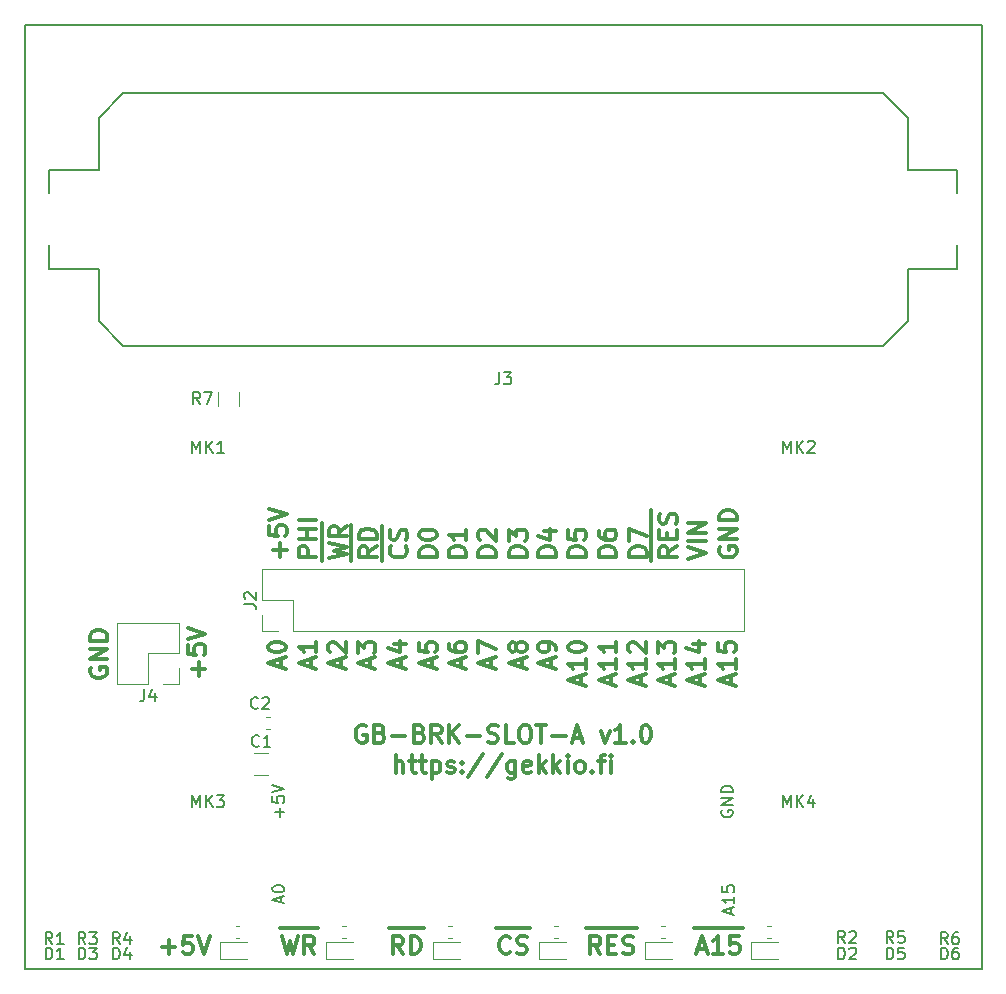
<source format=gbr>
G04 #@! TF.GenerationSoftware,KiCad,Pcbnew,5.0.1-33cea8e~68~ubuntu18.10.1*
G04 #@! TF.CreationDate,2018-11-26T23:41:48+02:00*
G04 #@! TF.ProjectId,GB-BRK-SLOT-A,47422D42524B2D534C4F542D412E6B69,v1.0*
G04 #@! TF.SameCoordinates,Original*
G04 #@! TF.FileFunction,Legend,Top*
G04 #@! TF.FilePolarity,Positive*
%FSLAX46Y46*%
G04 Gerber Fmt 4.6, Leading zero omitted, Abs format (unit mm)*
G04 Created by KiCad (PCBNEW 5.0.1-33cea8e~68~ubuntu18.10.1) date ma 26. marraskuuta 2018 23.41.48*
%MOMM*%
%LPD*%
G01*
G04 APERTURE LIST*
%ADD10C,0.300000*%
%ADD11C,0.150000*%
%ADD12C,0.120000*%
G04 APERTURE END LIST*
D10*
X52560000Y-124442857D02*
X52488571Y-124585714D01*
X52488571Y-124800000D01*
X52560000Y-125014285D01*
X52702857Y-125157142D01*
X52845714Y-125228571D01*
X53131428Y-125300000D01*
X53345714Y-125300000D01*
X53631428Y-125228571D01*
X53774285Y-125157142D01*
X53917142Y-125014285D01*
X53988571Y-124800000D01*
X53988571Y-124657142D01*
X53917142Y-124442857D01*
X53845714Y-124371428D01*
X53345714Y-124371428D01*
X53345714Y-124657142D01*
X53988571Y-123728571D02*
X52488571Y-123728571D01*
X53988571Y-122871428D01*
X52488571Y-122871428D01*
X53988571Y-122157142D02*
X52488571Y-122157142D01*
X52488571Y-121800000D01*
X52560000Y-121585714D01*
X52702857Y-121442857D01*
X52845714Y-121371428D01*
X53131428Y-121300000D01*
X53345714Y-121300000D01*
X53631428Y-121371428D01*
X53774285Y-121442857D01*
X53917142Y-121585714D01*
X53988571Y-121800000D01*
X53988571Y-122157142D01*
X61717142Y-125128571D02*
X61717142Y-123985714D01*
X62288571Y-124557142D02*
X61145714Y-124557142D01*
X60788571Y-122557142D02*
X60788571Y-123271428D01*
X61502857Y-123342857D01*
X61431428Y-123271428D01*
X61360000Y-123128571D01*
X61360000Y-122771428D01*
X61431428Y-122628571D01*
X61502857Y-122557142D01*
X61645714Y-122485714D01*
X62002857Y-122485714D01*
X62145714Y-122557142D01*
X62217142Y-122628571D01*
X62288571Y-122771428D01*
X62288571Y-123128571D01*
X62217142Y-123271428D01*
X62145714Y-123342857D01*
X60788571Y-122057142D02*
X62288571Y-121557142D01*
X60788571Y-121057142D01*
X68607142Y-115047857D02*
X68607142Y-113905000D01*
X69178571Y-114476428D02*
X68035714Y-114476428D01*
X67678571Y-112476428D02*
X67678571Y-113190714D01*
X68392857Y-113262142D01*
X68321428Y-113190714D01*
X68250000Y-113047857D01*
X68250000Y-112690714D01*
X68321428Y-112547857D01*
X68392857Y-112476428D01*
X68535714Y-112405000D01*
X68892857Y-112405000D01*
X69035714Y-112476428D01*
X69107142Y-112547857D01*
X69178571Y-112690714D01*
X69178571Y-113047857D01*
X69107142Y-113190714D01*
X69035714Y-113262142D01*
X67678571Y-111976428D02*
X69178571Y-111476428D01*
X67678571Y-110976428D01*
X71678571Y-115047857D02*
X70178571Y-115047857D01*
X70178571Y-114476428D01*
X70250000Y-114333571D01*
X70321428Y-114262142D01*
X70464285Y-114190714D01*
X70678571Y-114190714D01*
X70821428Y-114262142D01*
X70892857Y-114333571D01*
X70964285Y-114476428D01*
X70964285Y-115047857D01*
X71678571Y-113547857D02*
X70178571Y-113547857D01*
X70892857Y-113547857D02*
X70892857Y-112690714D01*
X71678571Y-112690714D02*
X70178571Y-112690714D01*
X71678571Y-111976428D02*
X70178571Y-111976428D01*
X72130000Y-115405000D02*
X72130000Y-113690714D01*
X72778571Y-115190714D02*
X74278571Y-114833571D01*
X73207142Y-114547857D01*
X74278571Y-114262142D01*
X72778571Y-113905000D01*
X72130000Y-113690714D02*
X72130000Y-112190714D01*
X74278571Y-112476428D02*
X73564285Y-112976428D01*
X74278571Y-113333571D02*
X72778571Y-113333571D01*
X72778571Y-112762142D01*
X72850000Y-112619285D01*
X72921428Y-112547857D01*
X73064285Y-112476428D01*
X73278571Y-112476428D01*
X73421428Y-112547857D01*
X73492857Y-112619285D01*
X73564285Y-112762142D01*
X73564285Y-113333571D01*
X74630000Y-115405000D02*
X74630000Y-113905000D01*
X76778571Y-114190714D02*
X76064285Y-114690714D01*
X76778571Y-115047857D02*
X75278571Y-115047857D01*
X75278571Y-114476428D01*
X75350000Y-114333571D01*
X75421428Y-114262142D01*
X75564285Y-114190714D01*
X75778571Y-114190714D01*
X75921428Y-114262142D01*
X75992857Y-114333571D01*
X76064285Y-114476428D01*
X76064285Y-115047857D01*
X74630000Y-113905000D02*
X74630000Y-112405000D01*
X76778571Y-113547857D02*
X75278571Y-113547857D01*
X75278571Y-113190714D01*
X75350000Y-112976428D01*
X75492857Y-112833571D01*
X75635714Y-112762142D01*
X75921428Y-112690714D01*
X76135714Y-112690714D01*
X76421428Y-112762142D01*
X76564285Y-112833571D01*
X76707142Y-112976428D01*
X76778571Y-113190714D01*
X76778571Y-113547857D01*
X77230000Y-115405000D02*
X77230000Y-113905000D01*
X79235714Y-114190714D02*
X79307142Y-114262142D01*
X79378571Y-114476428D01*
X79378571Y-114619285D01*
X79307142Y-114833571D01*
X79164285Y-114976428D01*
X79021428Y-115047857D01*
X78735714Y-115119285D01*
X78521428Y-115119285D01*
X78235714Y-115047857D01*
X78092857Y-114976428D01*
X77950000Y-114833571D01*
X77878571Y-114619285D01*
X77878571Y-114476428D01*
X77950000Y-114262142D01*
X78021428Y-114190714D01*
X77230000Y-113905000D02*
X77230000Y-112476428D01*
X79307142Y-113619285D02*
X79378571Y-113405000D01*
X79378571Y-113047857D01*
X79307142Y-112905000D01*
X79235714Y-112833571D01*
X79092857Y-112762142D01*
X78950000Y-112762142D01*
X78807142Y-112833571D01*
X78735714Y-112905000D01*
X78664285Y-113047857D01*
X78592857Y-113333571D01*
X78521428Y-113476428D01*
X78450000Y-113547857D01*
X78307142Y-113619285D01*
X78164285Y-113619285D01*
X78021428Y-113547857D01*
X77950000Y-113476428D01*
X77878571Y-113333571D01*
X77878571Y-112976428D01*
X77950000Y-112762142D01*
X81878571Y-115047857D02*
X80378571Y-115047857D01*
X80378571Y-114690714D01*
X80450000Y-114476428D01*
X80592857Y-114333571D01*
X80735714Y-114262142D01*
X81021428Y-114190714D01*
X81235714Y-114190714D01*
X81521428Y-114262142D01*
X81664285Y-114333571D01*
X81807142Y-114476428D01*
X81878571Y-114690714D01*
X81878571Y-115047857D01*
X80378571Y-113262142D02*
X80378571Y-113119285D01*
X80450000Y-112976428D01*
X80521428Y-112905000D01*
X80664285Y-112833571D01*
X80950000Y-112762142D01*
X81307142Y-112762142D01*
X81592857Y-112833571D01*
X81735714Y-112905000D01*
X81807142Y-112976428D01*
X81878571Y-113119285D01*
X81878571Y-113262142D01*
X81807142Y-113405000D01*
X81735714Y-113476428D01*
X81592857Y-113547857D01*
X81307142Y-113619285D01*
X80950000Y-113619285D01*
X80664285Y-113547857D01*
X80521428Y-113476428D01*
X80450000Y-113405000D01*
X80378571Y-113262142D01*
X84378571Y-115047857D02*
X82878571Y-115047857D01*
X82878571Y-114690714D01*
X82950000Y-114476428D01*
X83092857Y-114333571D01*
X83235714Y-114262142D01*
X83521428Y-114190714D01*
X83735714Y-114190714D01*
X84021428Y-114262142D01*
X84164285Y-114333571D01*
X84307142Y-114476428D01*
X84378571Y-114690714D01*
X84378571Y-115047857D01*
X84378571Y-112762142D02*
X84378571Y-113619285D01*
X84378571Y-113190714D02*
X82878571Y-113190714D01*
X83092857Y-113333571D01*
X83235714Y-113476428D01*
X83307142Y-113619285D01*
X86878571Y-115047857D02*
X85378571Y-115047857D01*
X85378571Y-114690714D01*
X85450000Y-114476428D01*
X85592857Y-114333571D01*
X85735714Y-114262142D01*
X86021428Y-114190714D01*
X86235714Y-114190714D01*
X86521428Y-114262142D01*
X86664285Y-114333571D01*
X86807142Y-114476428D01*
X86878571Y-114690714D01*
X86878571Y-115047857D01*
X85521428Y-113619285D02*
X85450000Y-113547857D01*
X85378571Y-113405000D01*
X85378571Y-113047857D01*
X85450000Y-112905000D01*
X85521428Y-112833571D01*
X85664285Y-112762142D01*
X85807142Y-112762142D01*
X86021428Y-112833571D01*
X86878571Y-113690714D01*
X86878571Y-112762142D01*
X89478571Y-115047857D02*
X87978571Y-115047857D01*
X87978571Y-114690714D01*
X88050000Y-114476428D01*
X88192857Y-114333571D01*
X88335714Y-114262142D01*
X88621428Y-114190714D01*
X88835714Y-114190714D01*
X89121428Y-114262142D01*
X89264285Y-114333571D01*
X89407142Y-114476428D01*
X89478571Y-114690714D01*
X89478571Y-115047857D01*
X87978571Y-113690714D02*
X87978571Y-112762142D01*
X88550000Y-113262142D01*
X88550000Y-113047857D01*
X88621428Y-112905000D01*
X88692857Y-112833571D01*
X88835714Y-112762142D01*
X89192857Y-112762142D01*
X89335714Y-112833571D01*
X89407142Y-112905000D01*
X89478571Y-113047857D01*
X89478571Y-113476428D01*
X89407142Y-113619285D01*
X89335714Y-113690714D01*
X91978571Y-115047857D02*
X90478571Y-115047857D01*
X90478571Y-114690714D01*
X90550000Y-114476428D01*
X90692857Y-114333571D01*
X90835714Y-114262142D01*
X91121428Y-114190714D01*
X91335714Y-114190714D01*
X91621428Y-114262142D01*
X91764285Y-114333571D01*
X91907142Y-114476428D01*
X91978571Y-114690714D01*
X91978571Y-115047857D01*
X90978571Y-112905000D02*
X91978571Y-112905000D01*
X90407142Y-113262142D02*
X91478571Y-113619285D01*
X91478571Y-112690714D01*
X94478571Y-115047857D02*
X92978571Y-115047857D01*
X92978571Y-114690714D01*
X93050000Y-114476428D01*
X93192857Y-114333571D01*
X93335714Y-114262142D01*
X93621428Y-114190714D01*
X93835714Y-114190714D01*
X94121428Y-114262142D01*
X94264285Y-114333571D01*
X94407142Y-114476428D01*
X94478571Y-114690714D01*
X94478571Y-115047857D01*
X92978571Y-112833571D02*
X92978571Y-113547857D01*
X93692857Y-113619285D01*
X93621428Y-113547857D01*
X93550000Y-113405000D01*
X93550000Y-113047857D01*
X93621428Y-112905000D01*
X93692857Y-112833571D01*
X93835714Y-112762142D01*
X94192857Y-112762142D01*
X94335714Y-112833571D01*
X94407142Y-112905000D01*
X94478571Y-113047857D01*
X94478571Y-113405000D01*
X94407142Y-113547857D01*
X94335714Y-113619285D01*
X97078571Y-115047857D02*
X95578571Y-115047857D01*
X95578571Y-114690714D01*
X95650000Y-114476428D01*
X95792857Y-114333571D01*
X95935714Y-114262142D01*
X96221428Y-114190714D01*
X96435714Y-114190714D01*
X96721428Y-114262142D01*
X96864285Y-114333571D01*
X97007142Y-114476428D01*
X97078571Y-114690714D01*
X97078571Y-115047857D01*
X95578571Y-112905000D02*
X95578571Y-113190714D01*
X95650000Y-113333571D01*
X95721428Y-113405000D01*
X95935714Y-113547857D01*
X96221428Y-113619285D01*
X96792857Y-113619285D01*
X96935714Y-113547857D01*
X97007142Y-113476428D01*
X97078571Y-113333571D01*
X97078571Y-113047857D01*
X97007142Y-112905000D01*
X96935714Y-112833571D01*
X96792857Y-112762142D01*
X96435714Y-112762142D01*
X96292857Y-112833571D01*
X96221428Y-112905000D01*
X96150000Y-113047857D01*
X96150000Y-113333571D01*
X96221428Y-113476428D01*
X96292857Y-113547857D01*
X96435714Y-113619285D01*
X99678571Y-115047857D02*
X98178571Y-115047857D01*
X98178571Y-114690714D01*
X98250000Y-114476428D01*
X98392857Y-114333571D01*
X98535714Y-114262142D01*
X98821428Y-114190714D01*
X99035714Y-114190714D01*
X99321428Y-114262142D01*
X99464285Y-114333571D01*
X99607142Y-114476428D01*
X99678571Y-114690714D01*
X99678571Y-115047857D01*
X98178571Y-113690714D02*
X98178571Y-112690714D01*
X99678571Y-113333571D01*
X100030000Y-115405000D02*
X100030000Y-113905000D01*
X102178571Y-114190714D02*
X101464285Y-114690714D01*
X102178571Y-115047857D02*
X100678571Y-115047857D01*
X100678571Y-114476428D01*
X100750000Y-114333571D01*
X100821428Y-114262142D01*
X100964285Y-114190714D01*
X101178571Y-114190714D01*
X101321428Y-114262142D01*
X101392857Y-114333571D01*
X101464285Y-114476428D01*
X101464285Y-115047857D01*
X100030000Y-113905000D02*
X100030000Y-112547857D01*
X101392857Y-113547857D02*
X101392857Y-113047857D01*
X102178571Y-112833571D02*
X102178571Y-113547857D01*
X100678571Y-113547857D01*
X100678571Y-112833571D01*
X100030000Y-112547857D02*
X100030000Y-111119285D01*
X102107142Y-112262142D02*
X102178571Y-112047857D01*
X102178571Y-111690714D01*
X102107142Y-111547857D01*
X102035714Y-111476428D01*
X101892857Y-111405000D01*
X101750000Y-111405000D01*
X101607142Y-111476428D01*
X101535714Y-111547857D01*
X101464285Y-111690714D01*
X101392857Y-111976428D01*
X101321428Y-112119285D01*
X101250000Y-112190714D01*
X101107142Y-112262142D01*
X100964285Y-112262142D01*
X100821428Y-112190714D01*
X100750000Y-112119285D01*
X100678571Y-111976428D01*
X100678571Y-111619285D01*
X100750000Y-111405000D01*
X103178571Y-115262142D02*
X104678571Y-114762142D01*
X103178571Y-114262142D01*
X104678571Y-113762142D02*
X103178571Y-113762142D01*
X104678571Y-113047857D02*
X103178571Y-113047857D01*
X104678571Y-112190714D01*
X103178571Y-112190714D01*
X105850000Y-114262142D02*
X105778571Y-114405000D01*
X105778571Y-114619285D01*
X105850000Y-114833571D01*
X105992857Y-114976428D01*
X106135714Y-115047857D01*
X106421428Y-115119285D01*
X106635714Y-115119285D01*
X106921428Y-115047857D01*
X107064285Y-114976428D01*
X107207142Y-114833571D01*
X107278571Y-114619285D01*
X107278571Y-114476428D01*
X107207142Y-114262142D01*
X107135714Y-114190714D01*
X106635714Y-114190714D01*
X106635714Y-114476428D01*
X107278571Y-113547857D02*
X105778571Y-113547857D01*
X107278571Y-112690714D01*
X105778571Y-112690714D01*
X107278571Y-111976428D02*
X105778571Y-111976428D01*
X105778571Y-111619285D01*
X105850000Y-111405000D01*
X105992857Y-111262142D01*
X106135714Y-111190714D01*
X106421428Y-111119285D01*
X106635714Y-111119285D01*
X106921428Y-111190714D01*
X107064285Y-111262142D01*
X107207142Y-111405000D01*
X107278571Y-111619285D01*
X107278571Y-111976428D01*
X73750000Y-124423571D02*
X73750000Y-123709285D01*
X74178571Y-124566428D02*
X72678571Y-124066428D01*
X74178571Y-123566428D01*
X72821428Y-123137857D02*
X72750000Y-123066428D01*
X72678571Y-122923571D01*
X72678571Y-122566428D01*
X72750000Y-122423571D01*
X72821428Y-122352142D01*
X72964285Y-122280714D01*
X73107142Y-122280714D01*
X73321428Y-122352142D01*
X74178571Y-123209285D01*
X74178571Y-122280714D01*
X76250000Y-124423571D02*
X76250000Y-123709285D01*
X76678571Y-124566428D02*
X75178571Y-124066428D01*
X76678571Y-123566428D01*
X75178571Y-123209285D02*
X75178571Y-122280714D01*
X75750000Y-122780714D01*
X75750000Y-122566428D01*
X75821428Y-122423571D01*
X75892857Y-122352142D01*
X76035714Y-122280714D01*
X76392857Y-122280714D01*
X76535714Y-122352142D01*
X76607142Y-122423571D01*
X76678571Y-122566428D01*
X76678571Y-122995000D01*
X76607142Y-123137857D01*
X76535714Y-123209285D01*
X78850000Y-124423571D02*
X78850000Y-123709285D01*
X79278571Y-124566428D02*
X77778571Y-124066428D01*
X79278571Y-123566428D01*
X78278571Y-122423571D02*
X79278571Y-122423571D01*
X77707142Y-122780714D02*
X78778571Y-123137857D01*
X78778571Y-122209285D01*
X81450000Y-124423571D02*
X81450000Y-123709285D01*
X81878571Y-124566428D02*
X80378571Y-124066428D01*
X81878571Y-123566428D01*
X80378571Y-122352142D02*
X80378571Y-123066428D01*
X81092857Y-123137857D01*
X81021428Y-123066428D01*
X80950000Y-122923571D01*
X80950000Y-122566428D01*
X81021428Y-122423571D01*
X81092857Y-122352142D01*
X81235714Y-122280714D01*
X81592857Y-122280714D01*
X81735714Y-122352142D01*
X81807142Y-122423571D01*
X81878571Y-122566428D01*
X81878571Y-122923571D01*
X81807142Y-123066428D01*
X81735714Y-123137857D01*
X83950000Y-124423571D02*
X83950000Y-123709285D01*
X84378571Y-124566428D02*
X82878571Y-124066428D01*
X84378571Y-123566428D01*
X82878571Y-122423571D02*
X82878571Y-122709285D01*
X82950000Y-122852142D01*
X83021428Y-122923571D01*
X83235714Y-123066428D01*
X83521428Y-123137857D01*
X84092857Y-123137857D01*
X84235714Y-123066428D01*
X84307142Y-122995000D01*
X84378571Y-122852142D01*
X84378571Y-122566428D01*
X84307142Y-122423571D01*
X84235714Y-122352142D01*
X84092857Y-122280714D01*
X83735714Y-122280714D01*
X83592857Y-122352142D01*
X83521428Y-122423571D01*
X83450000Y-122566428D01*
X83450000Y-122852142D01*
X83521428Y-122995000D01*
X83592857Y-123066428D01*
X83735714Y-123137857D01*
X86450000Y-124423571D02*
X86450000Y-123709285D01*
X86878571Y-124566428D02*
X85378571Y-124066428D01*
X86878571Y-123566428D01*
X85378571Y-123209285D02*
X85378571Y-122209285D01*
X86878571Y-122852142D01*
X89050000Y-124423571D02*
X89050000Y-123709285D01*
X89478571Y-124566428D02*
X87978571Y-124066428D01*
X89478571Y-123566428D01*
X88621428Y-122852142D02*
X88550000Y-122995000D01*
X88478571Y-123066428D01*
X88335714Y-123137857D01*
X88264285Y-123137857D01*
X88121428Y-123066428D01*
X88050000Y-122995000D01*
X87978571Y-122852142D01*
X87978571Y-122566428D01*
X88050000Y-122423571D01*
X88121428Y-122352142D01*
X88264285Y-122280714D01*
X88335714Y-122280714D01*
X88478571Y-122352142D01*
X88550000Y-122423571D01*
X88621428Y-122566428D01*
X88621428Y-122852142D01*
X88692857Y-122995000D01*
X88764285Y-123066428D01*
X88907142Y-123137857D01*
X89192857Y-123137857D01*
X89335714Y-123066428D01*
X89407142Y-122995000D01*
X89478571Y-122852142D01*
X89478571Y-122566428D01*
X89407142Y-122423571D01*
X89335714Y-122352142D01*
X89192857Y-122280714D01*
X88907142Y-122280714D01*
X88764285Y-122352142D01*
X88692857Y-122423571D01*
X88621428Y-122566428D01*
X91550000Y-124423571D02*
X91550000Y-123709285D01*
X91978571Y-124566428D02*
X90478571Y-124066428D01*
X91978571Y-123566428D01*
X91978571Y-122995000D02*
X91978571Y-122709285D01*
X91907142Y-122566428D01*
X91835714Y-122495000D01*
X91621428Y-122352142D01*
X91335714Y-122280714D01*
X90764285Y-122280714D01*
X90621428Y-122352142D01*
X90550000Y-122423571D01*
X90478571Y-122566428D01*
X90478571Y-122852142D01*
X90550000Y-122995000D01*
X90621428Y-123066428D01*
X90764285Y-123137857D01*
X91121428Y-123137857D01*
X91264285Y-123066428D01*
X91335714Y-122995000D01*
X91407142Y-122852142D01*
X91407142Y-122566428D01*
X91335714Y-122423571D01*
X91264285Y-122352142D01*
X91121428Y-122280714D01*
X94050000Y-125852142D02*
X94050000Y-125137857D01*
X94478571Y-125995000D02*
X92978571Y-125495000D01*
X94478571Y-124995000D01*
X94478571Y-123709285D02*
X94478571Y-124566428D01*
X94478571Y-124137857D02*
X92978571Y-124137857D01*
X93192857Y-124280714D01*
X93335714Y-124423571D01*
X93407142Y-124566428D01*
X92978571Y-122780714D02*
X92978571Y-122637857D01*
X93050000Y-122495000D01*
X93121428Y-122423571D01*
X93264285Y-122352142D01*
X93550000Y-122280714D01*
X93907142Y-122280714D01*
X94192857Y-122352142D01*
X94335714Y-122423571D01*
X94407142Y-122495000D01*
X94478571Y-122637857D01*
X94478571Y-122780714D01*
X94407142Y-122923571D01*
X94335714Y-122995000D01*
X94192857Y-123066428D01*
X93907142Y-123137857D01*
X93550000Y-123137857D01*
X93264285Y-123066428D01*
X93121428Y-122995000D01*
X93050000Y-122923571D01*
X92978571Y-122780714D01*
X96650000Y-125852142D02*
X96650000Y-125137857D01*
X97078571Y-125995000D02*
X95578571Y-125495000D01*
X97078571Y-124995000D01*
X97078571Y-123709285D02*
X97078571Y-124566428D01*
X97078571Y-124137857D02*
X95578571Y-124137857D01*
X95792857Y-124280714D01*
X95935714Y-124423571D01*
X96007142Y-124566428D01*
X97078571Y-122280714D02*
X97078571Y-123137857D01*
X97078571Y-122709285D02*
X95578571Y-122709285D01*
X95792857Y-122852142D01*
X95935714Y-122995000D01*
X96007142Y-123137857D01*
X99150000Y-125852142D02*
X99150000Y-125137857D01*
X99578571Y-125995000D02*
X98078571Y-125495000D01*
X99578571Y-124995000D01*
X99578571Y-123709285D02*
X99578571Y-124566428D01*
X99578571Y-124137857D02*
X98078571Y-124137857D01*
X98292857Y-124280714D01*
X98435714Y-124423571D01*
X98507142Y-124566428D01*
X98221428Y-123137857D02*
X98150000Y-123066428D01*
X98078571Y-122923571D01*
X98078571Y-122566428D01*
X98150000Y-122423571D01*
X98221428Y-122352142D01*
X98364285Y-122280714D01*
X98507142Y-122280714D01*
X98721428Y-122352142D01*
X99578571Y-123209285D01*
X99578571Y-122280714D01*
X101650000Y-125852142D02*
X101650000Y-125137857D01*
X102078571Y-125995000D02*
X100578571Y-125495000D01*
X102078571Y-124995000D01*
X102078571Y-123709285D02*
X102078571Y-124566428D01*
X102078571Y-124137857D02*
X100578571Y-124137857D01*
X100792857Y-124280714D01*
X100935714Y-124423571D01*
X101007142Y-124566428D01*
X100578571Y-123209285D02*
X100578571Y-122280714D01*
X101150000Y-122780714D01*
X101150000Y-122566428D01*
X101221428Y-122423571D01*
X101292857Y-122352142D01*
X101435714Y-122280714D01*
X101792857Y-122280714D01*
X101935714Y-122352142D01*
X102007142Y-122423571D01*
X102078571Y-122566428D01*
X102078571Y-122995000D01*
X102007142Y-123137857D01*
X101935714Y-123209285D01*
X104150000Y-125852142D02*
X104150000Y-125137857D01*
X104578571Y-125995000D02*
X103078571Y-125495000D01*
X104578571Y-124995000D01*
X104578571Y-123709285D02*
X104578571Y-124566428D01*
X104578571Y-124137857D02*
X103078571Y-124137857D01*
X103292857Y-124280714D01*
X103435714Y-124423571D01*
X103507142Y-124566428D01*
X103578571Y-122423571D02*
X104578571Y-122423571D01*
X103007142Y-122780714D02*
X104078571Y-123137857D01*
X104078571Y-122209285D01*
X106750000Y-125852142D02*
X106750000Y-125137857D01*
X107178571Y-125995000D02*
X105678571Y-125495000D01*
X107178571Y-124995000D01*
X107178571Y-123709285D02*
X107178571Y-124566428D01*
X107178571Y-124137857D02*
X105678571Y-124137857D01*
X105892857Y-124280714D01*
X106035714Y-124423571D01*
X106107142Y-124566428D01*
X105678571Y-122352142D02*
X105678571Y-123066428D01*
X106392857Y-123137857D01*
X106321428Y-123066428D01*
X106250000Y-122923571D01*
X106250000Y-122566428D01*
X106321428Y-122423571D01*
X106392857Y-122352142D01*
X106535714Y-122280714D01*
X106892857Y-122280714D01*
X107035714Y-122352142D01*
X107107142Y-122423571D01*
X107178571Y-122566428D01*
X107178571Y-122923571D01*
X107107142Y-123066428D01*
X107035714Y-123137857D01*
X71250000Y-124423571D02*
X71250000Y-123709285D01*
X71678571Y-124566428D02*
X70178571Y-124066428D01*
X71678571Y-123566428D01*
X71678571Y-122280714D02*
X71678571Y-123137857D01*
X71678571Y-122709285D02*
X70178571Y-122709285D01*
X70392857Y-122852142D01*
X70535714Y-122995000D01*
X70607142Y-123137857D01*
X68650000Y-124423571D02*
X68650000Y-123709285D01*
X69078571Y-124566428D02*
X67578571Y-124066428D01*
X69078571Y-123566428D01*
X67578571Y-122780714D02*
X67578571Y-122637857D01*
X67650000Y-122495000D01*
X67721428Y-122423571D01*
X67864285Y-122352142D01*
X68150000Y-122280714D01*
X68507142Y-122280714D01*
X68792857Y-122352142D01*
X68935714Y-122423571D01*
X69007142Y-122495000D01*
X69078571Y-122637857D01*
X69078571Y-122780714D01*
X69007142Y-122923571D01*
X68935714Y-122995000D01*
X68792857Y-123066428D01*
X68507142Y-123137857D01*
X68150000Y-123137857D01*
X67864285Y-123066428D01*
X67721428Y-122995000D01*
X67650000Y-122923571D01*
X67578571Y-122780714D01*
X75857142Y-129375000D02*
X75714285Y-129303571D01*
X75500000Y-129303571D01*
X75285714Y-129375000D01*
X75142857Y-129517857D01*
X75071428Y-129660714D01*
X75000000Y-129946428D01*
X75000000Y-130160714D01*
X75071428Y-130446428D01*
X75142857Y-130589285D01*
X75285714Y-130732142D01*
X75500000Y-130803571D01*
X75642857Y-130803571D01*
X75857142Y-130732142D01*
X75928571Y-130660714D01*
X75928571Y-130160714D01*
X75642857Y-130160714D01*
X77071428Y-130017857D02*
X77285714Y-130089285D01*
X77357142Y-130160714D01*
X77428571Y-130303571D01*
X77428571Y-130517857D01*
X77357142Y-130660714D01*
X77285714Y-130732142D01*
X77142857Y-130803571D01*
X76571428Y-130803571D01*
X76571428Y-129303571D01*
X77071428Y-129303571D01*
X77214285Y-129375000D01*
X77285714Y-129446428D01*
X77357142Y-129589285D01*
X77357142Y-129732142D01*
X77285714Y-129875000D01*
X77214285Y-129946428D01*
X77071428Y-130017857D01*
X76571428Y-130017857D01*
X78071428Y-130232142D02*
X79214285Y-130232142D01*
X80428571Y-130017857D02*
X80642857Y-130089285D01*
X80714285Y-130160714D01*
X80785714Y-130303571D01*
X80785714Y-130517857D01*
X80714285Y-130660714D01*
X80642857Y-130732142D01*
X80500000Y-130803571D01*
X79928571Y-130803571D01*
X79928571Y-129303571D01*
X80428571Y-129303571D01*
X80571428Y-129375000D01*
X80642857Y-129446428D01*
X80714285Y-129589285D01*
X80714285Y-129732142D01*
X80642857Y-129875000D01*
X80571428Y-129946428D01*
X80428571Y-130017857D01*
X79928571Y-130017857D01*
X82285714Y-130803571D02*
X81785714Y-130089285D01*
X81428571Y-130803571D02*
X81428571Y-129303571D01*
X82000000Y-129303571D01*
X82142857Y-129375000D01*
X82214285Y-129446428D01*
X82285714Y-129589285D01*
X82285714Y-129803571D01*
X82214285Y-129946428D01*
X82142857Y-130017857D01*
X82000000Y-130089285D01*
X81428571Y-130089285D01*
X82928571Y-130803571D02*
X82928571Y-129303571D01*
X83785714Y-130803571D02*
X83142857Y-129946428D01*
X83785714Y-129303571D02*
X82928571Y-130160714D01*
X84428571Y-130232142D02*
X85571428Y-130232142D01*
X86214285Y-130732142D02*
X86428571Y-130803571D01*
X86785714Y-130803571D01*
X86928571Y-130732142D01*
X87000000Y-130660714D01*
X87071428Y-130517857D01*
X87071428Y-130375000D01*
X87000000Y-130232142D01*
X86928571Y-130160714D01*
X86785714Y-130089285D01*
X86500000Y-130017857D01*
X86357142Y-129946428D01*
X86285714Y-129875000D01*
X86214285Y-129732142D01*
X86214285Y-129589285D01*
X86285714Y-129446428D01*
X86357142Y-129375000D01*
X86500000Y-129303571D01*
X86857142Y-129303571D01*
X87071428Y-129375000D01*
X88428571Y-130803571D02*
X87714285Y-130803571D01*
X87714285Y-129303571D01*
X89214285Y-129303571D02*
X89500000Y-129303571D01*
X89642857Y-129375000D01*
X89785714Y-129517857D01*
X89857142Y-129803571D01*
X89857142Y-130303571D01*
X89785714Y-130589285D01*
X89642857Y-130732142D01*
X89500000Y-130803571D01*
X89214285Y-130803571D01*
X89071428Y-130732142D01*
X88928571Y-130589285D01*
X88857142Y-130303571D01*
X88857142Y-129803571D01*
X88928571Y-129517857D01*
X89071428Y-129375000D01*
X89214285Y-129303571D01*
X90285714Y-129303571D02*
X91142857Y-129303571D01*
X90714285Y-130803571D02*
X90714285Y-129303571D01*
X91642857Y-130232142D02*
X92785714Y-130232142D01*
X93428571Y-130375000D02*
X94142857Y-130375000D01*
X93285714Y-130803571D02*
X93785714Y-129303571D01*
X94285714Y-130803571D01*
X95785714Y-129803571D02*
X96142857Y-130803571D01*
X96500000Y-129803571D01*
X97857142Y-130803571D02*
X97000000Y-130803571D01*
X97428571Y-130803571D02*
X97428571Y-129303571D01*
X97285714Y-129517857D01*
X97142857Y-129660714D01*
X97000000Y-129732142D01*
X98500000Y-130660714D02*
X98571428Y-130732142D01*
X98500000Y-130803571D01*
X98428571Y-130732142D01*
X98500000Y-130660714D01*
X98500000Y-130803571D01*
X99500000Y-129303571D02*
X99642857Y-129303571D01*
X99785714Y-129375000D01*
X99857142Y-129446428D01*
X99928571Y-129589285D01*
X100000000Y-129875000D01*
X100000000Y-130232142D01*
X99928571Y-130517857D01*
X99857142Y-130660714D01*
X99785714Y-130732142D01*
X99642857Y-130803571D01*
X99500000Y-130803571D01*
X99357142Y-130732142D01*
X99285714Y-130660714D01*
X99214285Y-130517857D01*
X99142857Y-130232142D01*
X99142857Y-129875000D01*
X99214285Y-129589285D01*
X99285714Y-129446428D01*
X99357142Y-129375000D01*
X99500000Y-129303571D01*
X78392857Y-133353571D02*
X78392857Y-131853571D01*
X79035714Y-133353571D02*
X79035714Y-132567857D01*
X78964285Y-132425000D01*
X78821428Y-132353571D01*
X78607142Y-132353571D01*
X78464285Y-132425000D01*
X78392857Y-132496428D01*
X79535714Y-132353571D02*
X80107142Y-132353571D01*
X79750000Y-131853571D02*
X79750000Y-133139285D01*
X79821428Y-133282142D01*
X79964285Y-133353571D01*
X80107142Y-133353571D01*
X80392857Y-132353571D02*
X80964285Y-132353571D01*
X80607142Y-131853571D02*
X80607142Y-133139285D01*
X80678571Y-133282142D01*
X80821428Y-133353571D01*
X80964285Y-133353571D01*
X81464285Y-132353571D02*
X81464285Y-133853571D01*
X81464285Y-132425000D02*
X81607142Y-132353571D01*
X81892857Y-132353571D01*
X82035714Y-132425000D01*
X82107142Y-132496428D01*
X82178571Y-132639285D01*
X82178571Y-133067857D01*
X82107142Y-133210714D01*
X82035714Y-133282142D01*
X81892857Y-133353571D01*
X81607142Y-133353571D01*
X81464285Y-133282142D01*
X82750000Y-133282142D02*
X82892857Y-133353571D01*
X83178571Y-133353571D01*
X83321428Y-133282142D01*
X83392857Y-133139285D01*
X83392857Y-133067857D01*
X83321428Y-132925000D01*
X83178571Y-132853571D01*
X82964285Y-132853571D01*
X82821428Y-132782142D01*
X82750000Y-132639285D01*
X82750000Y-132567857D01*
X82821428Y-132425000D01*
X82964285Y-132353571D01*
X83178571Y-132353571D01*
X83321428Y-132425000D01*
X84035714Y-133210714D02*
X84107142Y-133282142D01*
X84035714Y-133353571D01*
X83964285Y-133282142D01*
X84035714Y-133210714D01*
X84035714Y-133353571D01*
X84035714Y-132425000D02*
X84107142Y-132496428D01*
X84035714Y-132567857D01*
X83964285Y-132496428D01*
X84035714Y-132425000D01*
X84035714Y-132567857D01*
X85821428Y-131782142D02*
X84535714Y-133710714D01*
X87392857Y-131782142D02*
X86107142Y-133710714D01*
X88535714Y-132353571D02*
X88535714Y-133567857D01*
X88464285Y-133710714D01*
X88392857Y-133782142D01*
X88250000Y-133853571D01*
X88035714Y-133853571D01*
X87892857Y-133782142D01*
X88535714Y-133282142D02*
X88392857Y-133353571D01*
X88107142Y-133353571D01*
X87964285Y-133282142D01*
X87892857Y-133210714D01*
X87821428Y-133067857D01*
X87821428Y-132639285D01*
X87892857Y-132496428D01*
X87964285Y-132425000D01*
X88107142Y-132353571D01*
X88392857Y-132353571D01*
X88535714Y-132425000D01*
X89821428Y-133282142D02*
X89678571Y-133353571D01*
X89392857Y-133353571D01*
X89250000Y-133282142D01*
X89178571Y-133139285D01*
X89178571Y-132567857D01*
X89250000Y-132425000D01*
X89392857Y-132353571D01*
X89678571Y-132353571D01*
X89821428Y-132425000D01*
X89892857Y-132567857D01*
X89892857Y-132710714D01*
X89178571Y-132853571D01*
X90535714Y-133353571D02*
X90535714Y-131853571D01*
X90678571Y-132782142D02*
X91107142Y-133353571D01*
X91107142Y-132353571D02*
X90535714Y-132925000D01*
X91750000Y-133353571D02*
X91750000Y-131853571D01*
X91892857Y-132782142D02*
X92321428Y-133353571D01*
X92321428Y-132353571D02*
X91750000Y-132925000D01*
X92964285Y-133353571D02*
X92964285Y-132353571D01*
X92964285Y-131853571D02*
X92892857Y-131925000D01*
X92964285Y-131996428D01*
X93035714Y-131925000D01*
X92964285Y-131853571D01*
X92964285Y-131996428D01*
X93892857Y-133353571D02*
X93750000Y-133282142D01*
X93678571Y-133210714D01*
X93607142Y-133067857D01*
X93607142Y-132639285D01*
X93678571Y-132496428D01*
X93750000Y-132425000D01*
X93892857Y-132353571D01*
X94107142Y-132353571D01*
X94250000Y-132425000D01*
X94321428Y-132496428D01*
X94392857Y-132639285D01*
X94392857Y-133067857D01*
X94321428Y-133210714D01*
X94250000Y-133282142D01*
X94107142Y-133353571D01*
X93892857Y-133353571D01*
X95035714Y-133210714D02*
X95107142Y-133282142D01*
X95035714Y-133353571D01*
X94964285Y-133282142D01*
X95035714Y-133210714D01*
X95035714Y-133353571D01*
X95535714Y-132353571D02*
X96107142Y-132353571D01*
X95750000Y-133353571D02*
X95750000Y-132067857D01*
X95821428Y-131925000D01*
X95964285Y-131853571D01*
X96107142Y-131853571D01*
X96607142Y-133353571D02*
X96607142Y-132353571D01*
X96607142Y-131853571D02*
X96535714Y-131925000D01*
X96607142Y-131996428D01*
X96678571Y-131925000D01*
X96607142Y-131853571D01*
X96607142Y-131996428D01*
D11*
X106000000Y-136540595D02*
X105952380Y-136635833D01*
X105952380Y-136778690D01*
X106000000Y-136921547D01*
X106095238Y-137016785D01*
X106190476Y-137064404D01*
X106380952Y-137112023D01*
X106523809Y-137112023D01*
X106714285Y-137064404D01*
X106809523Y-137016785D01*
X106904761Y-136921547D01*
X106952380Y-136778690D01*
X106952380Y-136683452D01*
X106904761Y-136540595D01*
X106857142Y-136492976D01*
X106523809Y-136492976D01*
X106523809Y-136683452D01*
X106952380Y-136064404D02*
X105952380Y-136064404D01*
X106952380Y-135492976D01*
X105952380Y-135492976D01*
X106952380Y-135016785D02*
X105952380Y-135016785D01*
X105952380Y-134778690D01*
X106000000Y-134635833D01*
X106095238Y-134540595D01*
X106190476Y-134492976D01*
X106380952Y-134445357D01*
X106523809Y-134445357D01*
X106714285Y-134492976D01*
X106809523Y-134540595D01*
X106904761Y-134635833D01*
X106952380Y-134778690D01*
X106952380Y-135016785D01*
X106766666Y-145268928D02*
X106766666Y-144792738D01*
X107052380Y-145364166D02*
X106052380Y-145030833D01*
X107052380Y-144697500D01*
X107052380Y-143840357D02*
X107052380Y-144411785D01*
X107052380Y-144126071D02*
X106052380Y-144126071D01*
X106195238Y-144221309D01*
X106290476Y-144316547D01*
X106338095Y-144411785D01*
X106052380Y-142935595D02*
X106052380Y-143411785D01*
X106528571Y-143459404D01*
X106480952Y-143411785D01*
X106433333Y-143316547D01*
X106433333Y-143078452D01*
X106480952Y-142983214D01*
X106528571Y-142935595D01*
X106623809Y-142887976D01*
X106861904Y-142887976D01*
X106957142Y-142935595D01*
X107004761Y-142983214D01*
X107052380Y-143078452D01*
X107052380Y-143316547D01*
X107004761Y-143411785D01*
X106957142Y-143459404D01*
X68666666Y-144316547D02*
X68666666Y-143840357D01*
X68952380Y-144411785D02*
X67952380Y-144078452D01*
X68952380Y-143745119D01*
X67952380Y-143221309D02*
X67952380Y-143126071D01*
X68000000Y-143030833D01*
X68047619Y-142983214D01*
X68142857Y-142935595D01*
X68333333Y-142887976D01*
X68571428Y-142887976D01*
X68761904Y-142935595D01*
X68857142Y-142983214D01*
X68904761Y-143030833D01*
X68952380Y-143126071D01*
X68952380Y-143221309D01*
X68904761Y-143316547D01*
X68857142Y-143364166D01*
X68761904Y-143411785D01*
X68571428Y-143459404D01*
X68333333Y-143459404D01*
X68142857Y-143411785D01*
X68047619Y-143364166D01*
X68000000Y-143316547D01*
X67952380Y-143221309D01*
X68571428Y-137064404D02*
X68571428Y-136302500D01*
X68952380Y-136683452D02*
X68190476Y-136683452D01*
X67952380Y-135350119D02*
X67952380Y-135826309D01*
X68428571Y-135873928D01*
X68380952Y-135826309D01*
X68333333Y-135731071D01*
X68333333Y-135492976D01*
X68380952Y-135397738D01*
X68428571Y-135350119D01*
X68523809Y-135302500D01*
X68761904Y-135302500D01*
X68857142Y-135350119D01*
X68904761Y-135397738D01*
X68952380Y-135492976D01*
X68952380Y-135731071D01*
X68904761Y-135826309D01*
X68857142Y-135873928D01*
X67952380Y-135016785D02*
X68952380Y-134683452D01*
X67952380Y-134350119D01*
D10*
X103662142Y-146530000D02*
X104947857Y-146530000D01*
X103947857Y-148250000D02*
X104662142Y-148250000D01*
X103805000Y-148678571D02*
X104305000Y-147178571D01*
X104805000Y-148678571D01*
X104947857Y-146530000D02*
X106376428Y-146530000D01*
X106090714Y-148678571D02*
X105233571Y-148678571D01*
X105662142Y-148678571D02*
X105662142Y-147178571D01*
X105519285Y-147392857D01*
X105376428Y-147535714D01*
X105233571Y-147607142D01*
X106376428Y-146530000D02*
X107805000Y-146530000D01*
X107447857Y-147178571D02*
X106733571Y-147178571D01*
X106662142Y-147892857D01*
X106733571Y-147821428D01*
X106876428Y-147750000D01*
X107233571Y-147750000D01*
X107376428Y-147821428D01*
X107447857Y-147892857D01*
X107519285Y-148035714D01*
X107519285Y-148392857D01*
X107447857Y-148535714D01*
X107376428Y-148607142D01*
X107233571Y-148678571D01*
X106876428Y-148678571D01*
X106733571Y-148607142D01*
X106662142Y-148535714D01*
X94519285Y-146530000D02*
X96019285Y-146530000D01*
X95733571Y-148678571D02*
X95233571Y-147964285D01*
X94876428Y-148678571D02*
X94876428Y-147178571D01*
X95447857Y-147178571D01*
X95590714Y-147250000D01*
X95662142Y-147321428D01*
X95733571Y-147464285D01*
X95733571Y-147678571D01*
X95662142Y-147821428D01*
X95590714Y-147892857D01*
X95447857Y-147964285D01*
X94876428Y-147964285D01*
X96019285Y-146530000D02*
X97376428Y-146530000D01*
X96376428Y-147892857D02*
X96876428Y-147892857D01*
X97090714Y-148678571D02*
X96376428Y-148678571D01*
X96376428Y-147178571D01*
X97090714Y-147178571D01*
X97376428Y-146530000D02*
X98805000Y-146530000D01*
X97662142Y-148607142D02*
X97876428Y-148678571D01*
X98233571Y-148678571D01*
X98376428Y-148607142D01*
X98447857Y-148535714D01*
X98519285Y-148392857D01*
X98519285Y-148250000D01*
X98447857Y-148107142D01*
X98376428Y-148035714D01*
X98233571Y-147964285D01*
X97947857Y-147892857D01*
X97805000Y-147821428D01*
X97733571Y-147750000D01*
X97662142Y-147607142D01*
X97662142Y-147464285D01*
X97733571Y-147321428D01*
X97805000Y-147250000D01*
X97947857Y-147178571D01*
X98305000Y-147178571D01*
X98519285Y-147250000D01*
X77805000Y-146530000D02*
X79305000Y-146530000D01*
X79019285Y-148678571D02*
X78519285Y-147964285D01*
X78162142Y-148678571D02*
X78162142Y-147178571D01*
X78733571Y-147178571D01*
X78876428Y-147250000D01*
X78947857Y-147321428D01*
X79019285Y-147464285D01*
X79019285Y-147678571D01*
X78947857Y-147821428D01*
X78876428Y-147892857D01*
X78733571Y-147964285D01*
X78162142Y-147964285D01*
X79305000Y-146530000D02*
X80805000Y-146530000D01*
X79662142Y-148678571D02*
X79662142Y-147178571D01*
X80019285Y-147178571D01*
X80233571Y-147250000D01*
X80376428Y-147392857D01*
X80447857Y-147535714D01*
X80519285Y-147821428D01*
X80519285Y-148035714D01*
X80447857Y-148321428D01*
X80376428Y-148464285D01*
X80233571Y-148607142D01*
X80019285Y-148678571D01*
X79662142Y-148678571D01*
X86876428Y-146530000D02*
X88376428Y-146530000D01*
X88090714Y-148535714D02*
X88019285Y-148607142D01*
X87805000Y-148678571D01*
X87662142Y-148678571D01*
X87447857Y-148607142D01*
X87305000Y-148464285D01*
X87233571Y-148321428D01*
X87162142Y-148035714D01*
X87162142Y-147821428D01*
X87233571Y-147535714D01*
X87305000Y-147392857D01*
X87447857Y-147250000D01*
X87662142Y-147178571D01*
X87805000Y-147178571D01*
X88019285Y-147250000D01*
X88090714Y-147321428D01*
X88376428Y-146530000D02*
X89805000Y-146530000D01*
X88662142Y-148607142D02*
X88876428Y-148678571D01*
X89233571Y-148678571D01*
X89376428Y-148607142D01*
X89447857Y-148535714D01*
X89519285Y-148392857D01*
X89519285Y-148250000D01*
X89447857Y-148107142D01*
X89376428Y-148035714D01*
X89233571Y-147964285D01*
X88947857Y-147892857D01*
X88805000Y-147821428D01*
X88733571Y-147750000D01*
X88662142Y-147607142D01*
X88662142Y-147464285D01*
X88733571Y-147321428D01*
X88805000Y-147250000D01*
X88947857Y-147178571D01*
X89305000Y-147178571D01*
X89519285Y-147250000D01*
X68590714Y-146530000D02*
X70305000Y-146530000D01*
X68805000Y-147178571D02*
X69162142Y-148678571D01*
X69447857Y-147607142D01*
X69733571Y-148678571D01*
X70090714Y-147178571D01*
X70305000Y-146530000D02*
X71805000Y-146530000D01*
X71519285Y-148678571D02*
X71019285Y-147964285D01*
X70662142Y-148678571D02*
X70662142Y-147178571D01*
X71233571Y-147178571D01*
X71376428Y-147250000D01*
X71447857Y-147321428D01*
X71519285Y-147464285D01*
X71519285Y-147678571D01*
X71447857Y-147821428D01*
X71376428Y-147892857D01*
X71233571Y-147964285D01*
X70662142Y-147964285D01*
X58590714Y-148107142D02*
X59733571Y-148107142D01*
X59162142Y-148678571D02*
X59162142Y-147535714D01*
X61162142Y-147178571D02*
X60447857Y-147178571D01*
X60376428Y-147892857D01*
X60447857Y-147821428D01*
X60590714Y-147750000D01*
X60947857Y-147750000D01*
X61090714Y-147821428D01*
X61162142Y-147892857D01*
X61233571Y-148035714D01*
X61233571Y-148392857D01*
X61162142Y-148535714D01*
X61090714Y-148607142D01*
X60947857Y-148678571D01*
X60590714Y-148678571D01*
X60447857Y-148607142D01*
X60376428Y-148535714D01*
X61662142Y-147178571D02*
X62162142Y-148678571D01*
X62662142Y-147178571D01*
D11*
X128000000Y-70000000D02*
X128000000Y-150000000D01*
X47000000Y-70000000D02*
X128000000Y-70000000D01*
X47000000Y-150000000D02*
X128000000Y-150000000D01*
X47000000Y-70000000D02*
X47000000Y-150000000D01*
D12*
G04 #@! TO.C,R7*
X65160000Y-101087936D02*
X65160000Y-102292064D01*
X63340000Y-101087936D02*
X63340000Y-102292064D01*
G04 #@! TO.C,D1*
X63515000Y-149135000D02*
X65800000Y-149135000D01*
X63515000Y-147665000D02*
X63515000Y-149135000D01*
X65800000Y-147665000D02*
X63515000Y-147665000D01*
G04 #@! TO.C,J2*
X67120000Y-121330000D02*
X67120000Y-120000000D01*
X68450000Y-121330000D02*
X67120000Y-121330000D01*
X67120000Y-118730000D02*
X67120000Y-116130000D01*
X69720000Y-118730000D02*
X67120000Y-118730000D01*
X69720000Y-121330000D02*
X69720000Y-118730000D01*
X67120000Y-116130000D02*
X107880000Y-116130000D01*
X69720000Y-121330000D02*
X107880000Y-121330000D01*
X107880000Y-121330000D02*
X107880000Y-116130000D01*
G04 #@! TO.C,R1*
X64837221Y-147310000D02*
X65162779Y-147310000D01*
X64837221Y-146290000D02*
X65162779Y-146290000D01*
G04 #@! TO.C,C1*
X67602064Y-131690000D02*
X66397936Y-131690000D01*
X67602064Y-133510000D02*
X66397936Y-133510000D01*
G04 #@! TO.C,C2*
X67762779Y-128590000D02*
X67437221Y-128590000D01*
X67762779Y-129610000D02*
X67437221Y-129610000D01*
G04 #@! TO.C,D2*
X99515000Y-149135000D02*
X101800000Y-149135000D01*
X99515000Y-147665000D02*
X99515000Y-149135000D01*
X101800000Y-147665000D02*
X99515000Y-147665000D01*
G04 #@! TO.C,D3*
X72515000Y-149135000D02*
X74800000Y-149135000D01*
X72515000Y-147665000D02*
X72515000Y-149135000D01*
X74800000Y-147665000D02*
X72515000Y-147665000D01*
G04 #@! TO.C,D4*
X81515000Y-149135000D02*
X83800000Y-149135000D01*
X81515000Y-147665000D02*
X81515000Y-149135000D01*
X83800000Y-147665000D02*
X81515000Y-147665000D01*
G04 #@! TO.C,D5*
X90515000Y-149135000D02*
X92800000Y-149135000D01*
X90515000Y-147665000D02*
X90515000Y-149135000D01*
X92800000Y-147665000D02*
X90515000Y-147665000D01*
G04 #@! TO.C,D6*
X108515000Y-149135000D02*
X110800000Y-149135000D01*
X108515000Y-147665000D02*
X108515000Y-149135000D01*
X110800000Y-147665000D02*
X108515000Y-147665000D01*
G04 #@! TO.C,R2*
X100837221Y-147310000D02*
X101162779Y-147310000D01*
X100837221Y-146290000D02*
X101162779Y-146290000D01*
G04 #@! TO.C,R3*
X73837221Y-147310000D02*
X74162779Y-147310000D01*
X73837221Y-146290000D02*
X74162779Y-146290000D01*
G04 #@! TO.C,R4*
X82837221Y-147310000D02*
X83162779Y-147310000D01*
X82837221Y-146290000D02*
X83162779Y-146290000D01*
G04 #@! TO.C,R5*
X91837221Y-147310000D02*
X92162779Y-147310000D01*
X91837221Y-146290000D02*
X92162779Y-146290000D01*
G04 #@! TO.C,R6*
X109837221Y-147310000D02*
X110162779Y-147310000D01*
X109837221Y-146290000D02*
X110162779Y-146290000D01*
D11*
G04 #@! TO.C,J3*
X49050000Y-82300000D02*
X49050000Y-84300000D01*
X49050000Y-88700000D02*
X49050000Y-90700000D01*
X125950000Y-88700000D02*
X125950000Y-90700000D01*
X53250000Y-95100000D02*
X55350000Y-97200000D01*
X121750000Y-95100000D02*
X119650000Y-97200000D01*
X121750000Y-90700000D02*
X121750000Y-95100000D01*
X125950000Y-90700000D02*
X121750000Y-90700000D01*
X125950000Y-82300000D02*
X125950000Y-84300000D01*
X121750000Y-82300000D02*
X125950000Y-82300000D01*
X121750000Y-77900000D02*
X121750000Y-82300000D01*
X119650000Y-75800000D02*
X121750000Y-77900000D01*
X55350000Y-75800000D02*
X119650000Y-75800000D01*
X53250000Y-77900000D02*
X55350000Y-75800000D01*
X53250000Y-82300000D02*
X53250000Y-77900000D01*
X49050000Y-82300000D02*
X53250000Y-82300000D01*
X53250000Y-90700000D02*
X49050000Y-90700000D01*
X53250000Y-95100000D02*
X53250000Y-90700000D01*
X119650000Y-97200000D02*
X55350000Y-97200000D01*
D12*
G04 #@! TO.C,J4*
X60040000Y-120630000D02*
X54840000Y-120630000D01*
X60040000Y-123230000D02*
X60040000Y-120630000D01*
X54840000Y-125830000D02*
X54840000Y-120630000D01*
X60040000Y-123230000D02*
X57440000Y-123230000D01*
X57440000Y-123230000D02*
X57440000Y-125830000D01*
X57440000Y-125830000D02*
X54840000Y-125830000D01*
X60040000Y-124500000D02*
X60040000Y-125830000D01*
X60040000Y-125830000D02*
X58710000Y-125830000D01*
G04 #@! TD*
G04 #@! TO.C,R7*
D11*
X61843333Y-102132380D02*
X61510000Y-101656190D01*
X61271904Y-102132380D02*
X61271904Y-101132380D01*
X61652857Y-101132380D01*
X61748095Y-101180000D01*
X61795714Y-101227619D01*
X61843333Y-101322857D01*
X61843333Y-101465714D01*
X61795714Y-101560952D01*
X61748095Y-101608571D01*
X61652857Y-101656190D01*
X61271904Y-101656190D01*
X62176666Y-101132380D02*
X62843333Y-101132380D01*
X62414761Y-102132380D01*
G04 #@! TO.C,D1*
X48761904Y-149152380D02*
X48761904Y-148152380D01*
X49000000Y-148152380D01*
X49142857Y-148200000D01*
X49238095Y-148295238D01*
X49285714Y-148390476D01*
X49333333Y-148580952D01*
X49333333Y-148723809D01*
X49285714Y-148914285D01*
X49238095Y-149009523D01*
X49142857Y-149104761D01*
X49000000Y-149152380D01*
X48761904Y-149152380D01*
X50285714Y-149152380D02*
X49714285Y-149152380D01*
X50000000Y-149152380D02*
X50000000Y-148152380D01*
X49904761Y-148295238D01*
X49809523Y-148390476D01*
X49714285Y-148438095D01*
G04 #@! TO.C,J2*
X65572380Y-119063333D02*
X66286666Y-119063333D01*
X66429523Y-119110952D01*
X66524761Y-119206190D01*
X66572380Y-119349047D01*
X66572380Y-119444285D01*
X65667619Y-118634761D02*
X65620000Y-118587142D01*
X65572380Y-118491904D01*
X65572380Y-118253809D01*
X65620000Y-118158571D01*
X65667619Y-118110952D01*
X65762857Y-118063333D01*
X65858095Y-118063333D01*
X66000952Y-118110952D01*
X66572380Y-118682380D01*
X66572380Y-118063333D01*
G04 #@! TO.C,R1*
X49333333Y-147852380D02*
X49000000Y-147376190D01*
X48761904Y-147852380D02*
X48761904Y-146852380D01*
X49142857Y-146852380D01*
X49238095Y-146900000D01*
X49285714Y-146947619D01*
X49333333Y-147042857D01*
X49333333Y-147185714D01*
X49285714Y-147280952D01*
X49238095Y-147328571D01*
X49142857Y-147376190D01*
X48761904Y-147376190D01*
X50285714Y-147852380D02*
X49714285Y-147852380D01*
X50000000Y-147852380D02*
X50000000Y-146852380D01*
X49904761Y-146995238D01*
X49809523Y-147090476D01*
X49714285Y-147138095D01*
G04 #@! TO.C,C1*
X66833333Y-131057142D02*
X66785714Y-131104761D01*
X66642857Y-131152380D01*
X66547619Y-131152380D01*
X66404761Y-131104761D01*
X66309523Y-131009523D01*
X66261904Y-130914285D01*
X66214285Y-130723809D01*
X66214285Y-130580952D01*
X66261904Y-130390476D01*
X66309523Y-130295238D01*
X66404761Y-130200000D01*
X66547619Y-130152380D01*
X66642857Y-130152380D01*
X66785714Y-130200000D01*
X66833333Y-130247619D01*
X67785714Y-131152380D02*
X67214285Y-131152380D01*
X67500000Y-131152380D02*
X67500000Y-130152380D01*
X67404761Y-130295238D01*
X67309523Y-130390476D01*
X67214285Y-130438095D01*
G04 #@! TO.C,C2*
X66733333Y-127857142D02*
X66685714Y-127904761D01*
X66542857Y-127952380D01*
X66447619Y-127952380D01*
X66304761Y-127904761D01*
X66209523Y-127809523D01*
X66161904Y-127714285D01*
X66114285Y-127523809D01*
X66114285Y-127380952D01*
X66161904Y-127190476D01*
X66209523Y-127095238D01*
X66304761Y-127000000D01*
X66447619Y-126952380D01*
X66542857Y-126952380D01*
X66685714Y-127000000D01*
X66733333Y-127047619D01*
X67114285Y-127047619D02*
X67161904Y-127000000D01*
X67257142Y-126952380D01*
X67495238Y-126952380D01*
X67590476Y-127000000D01*
X67638095Y-127047619D01*
X67685714Y-127142857D01*
X67685714Y-127238095D01*
X67638095Y-127380952D01*
X67066666Y-127952380D01*
X67685714Y-127952380D01*
G04 #@! TO.C,D2*
X115861904Y-149152380D02*
X115861904Y-148152380D01*
X116100000Y-148152380D01*
X116242857Y-148200000D01*
X116338095Y-148295238D01*
X116385714Y-148390476D01*
X116433333Y-148580952D01*
X116433333Y-148723809D01*
X116385714Y-148914285D01*
X116338095Y-149009523D01*
X116242857Y-149104761D01*
X116100000Y-149152380D01*
X115861904Y-149152380D01*
X116814285Y-148247619D02*
X116861904Y-148200000D01*
X116957142Y-148152380D01*
X117195238Y-148152380D01*
X117290476Y-148200000D01*
X117338095Y-148247619D01*
X117385714Y-148342857D01*
X117385714Y-148438095D01*
X117338095Y-148580952D01*
X116766666Y-149152380D01*
X117385714Y-149152380D01*
G04 #@! TO.C,D3*
X51561904Y-149152380D02*
X51561904Y-148152380D01*
X51800000Y-148152380D01*
X51942857Y-148200000D01*
X52038095Y-148295238D01*
X52085714Y-148390476D01*
X52133333Y-148580952D01*
X52133333Y-148723809D01*
X52085714Y-148914285D01*
X52038095Y-149009523D01*
X51942857Y-149104761D01*
X51800000Y-149152380D01*
X51561904Y-149152380D01*
X52466666Y-148152380D02*
X53085714Y-148152380D01*
X52752380Y-148533333D01*
X52895238Y-148533333D01*
X52990476Y-148580952D01*
X53038095Y-148628571D01*
X53085714Y-148723809D01*
X53085714Y-148961904D01*
X53038095Y-149057142D01*
X52990476Y-149104761D01*
X52895238Y-149152380D01*
X52609523Y-149152380D01*
X52514285Y-149104761D01*
X52466666Y-149057142D01*
G04 #@! TO.C,D4*
X54461904Y-149152380D02*
X54461904Y-148152380D01*
X54700000Y-148152380D01*
X54842857Y-148200000D01*
X54938095Y-148295238D01*
X54985714Y-148390476D01*
X55033333Y-148580952D01*
X55033333Y-148723809D01*
X54985714Y-148914285D01*
X54938095Y-149009523D01*
X54842857Y-149104761D01*
X54700000Y-149152380D01*
X54461904Y-149152380D01*
X55890476Y-148485714D02*
X55890476Y-149152380D01*
X55652380Y-148104761D02*
X55414285Y-148819047D01*
X56033333Y-148819047D01*
G04 #@! TO.C,D5*
X119961904Y-149152380D02*
X119961904Y-148152380D01*
X120200000Y-148152380D01*
X120342857Y-148200000D01*
X120438095Y-148295238D01*
X120485714Y-148390476D01*
X120533333Y-148580952D01*
X120533333Y-148723809D01*
X120485714Y-148914285D01*
X120438095Y-149009523D01*
X120342857Y-149104761D01*
X120200000Y-149152380D01*
X119961904Y-149152380D01*
X121438095Y-148152380D02*
X120961904Y-148152380D01*
X120914285Y-148628571D01*
X120961904Y-148580952D01*
X121057142Y-148533333D01*
X121295238Y-148533333D01*
X121390476Y-148580952D01*
X121438095Y-148628571D01*
X121485714Y-148723809D01*
X121485714Y-148961904D01*
X121438095Y-149057142D01*
X121390476Y-149104761D01*
X121295238Y-149152380D01*
X121057142Y-149152380D01*
X120961904Y-149104761D01*
X120914285Y-149057142D01*
G04 #@! TO.C,D6*
X124561904Y-149152380D02*
X124561904Y-148152380D01*
X124800000Y-148152380D01*
X124942857Y-148200000D01*
X125038095Y-148295238D01*
X125085714Y-148390476D01*
X125133333Y-148580952D01*
X125133333Y-148723809D01*
X125085714Y-148914285D01*
X125038095Y-149009523D01*
X124942857Y-149104761D01*
X124800000Y-149152380D01*
X124561904Y-149152380D01*
X125990476Y-148152380D02*
X125800000Y-148152380D01*
X125704761Y-148200000D01*
X125657142Y-148247619D01*
X125561904Y-148390476D01*
X125514285Y-148580952D01*
X125514285Y-148961904D01*
X125561904Y-149057142D01*
X125609523Y-149104761D01*
X125704761Y-149152380D01*
X125895238Y-149152380D01*
X125990476Y-149104761D01*
X126038095Y-149057142D01*
X126085714Y-148961904D01*
X126085714Y-148723809D01*
X126038095Y-148628571D01*
X125990476Y-148580952D01*
X125895238Y-148533333D01*
X125704761Y-148533333D01*
X125609523Y-148580952D01*
X125561904Y-148628571D01*
X125514285Y-148723809D01*
G04 #@! TO.C,R2*
X116433333Y-147752380D02*
X116100000Y-147276190D01*
X115861904Y-147752380D02*
X115861904Y-146752380D01*
X116242857Y-146752380D01*
X116338095Y-146800000D01*
X116385714Y-146847619D01*
X116433333Y-146942857D01*
X116433333Y-147085714D01*
X116385714Y-147180952D01*
X116338095Y-147228571D01*
X116242857Y-147276190D01*
X115861904Y-147276190D01*
X116814285Y-146847619D02*
X116861904Y-146800000D01*
X116957142Y-146752380D01*
X117195238Y-146752380D01*
X117290476Y-146800000D01*
X117338095Y-146847619D01*
X117385714Y-146942857D01*
X117385714Y-147038095D01*
X117338095Y-147180952D01*
X116766666Y-147752380D01*
X117385714Y-147752380D01*
G04 #@! TO.C,R3*
X52133333Y-147852380D02*
X51800000Y-147376190D01*
X51561904Y-147852380D02*
X51561904Y-146852380D01*
X51942857Y-146852380D01*
X52038095Y-146900000D01*
X52085714Y-146947619D01*
X52133333Y-147042857D01*
X52133333Y-147185714D01*
X52085714Y-147280952D01*
X52038095Y-147328571D01*
X51942857Y-147376190D01*
X51561904Y-147376190D01*
X52466666Y-146852380D02*
X53085714Y-146852380D01*
X52752380Y-147233333D01*
X52895238Y-147233333D01*
X52990476Y-147280952D01*
X53038095Y-147328571D01*
X53085714Y-147423809D01*
X53085714Y-147661904D01*
X53038095Y-147757142D01*
X52990476Y-147804761D01*
X52895238Y-147852380D01*
X52609523Y-147852380D01*
X52514285Y-147804761D01*
X52466666Y-147757142D01*
G04 #@! TO.C,R4*
X55033333Y-147852380D02*
X54700000Y-147376190D01*
X54461904Y-147852380D02*
X54461904Y-146852380D01*
X54842857Y-146852380D01*
X54938095Y-146900000D01*
X54985714Y-146947619D01*
X55033333Y-147042857D01*
X55033333Y-147185714D01*
X54985714Y-147280952D01*
X54938095Y-147328571D01*
X54842857Y-147376190D01*
X54461904Y-147376190D01*
X55890476Y-147185714D02*
X55890476Y-147852380D01*
X55652380Y-146804761D02*
X55414285Y-147519047D01*
X56033333Y-147519047D01*
G04 #@! TO.C,R5*
X120533333Y-147752380D02*
X120200000Y-147276190D01*
X119961904Y-147752380D02*
X119961904Y-146752380D01*
X120342857Y-146752380D01*
X120438095Y-146800000D01*
X120485714Y-146847619D01*
X120533333Y-146942857D01*
X120533333Y-147085714D01*
X120485714Y-147180952D01*
X120438095Y-147228571D01*
X120342857Y-147276190D01*
X119961904Y-147276190D01*
X121438095Y-146752380D02*
X120961904Y-146752380D01*
X120914285Y-147228571D01*
X120961904Y-147180952D01*
X121057142Y-147133333D01*
X121295238Y-147133333D01*
X121390476Y-147180952D01*
X121438095Y-147228571D01*
X121485714Y-147323809D01*
X121485714Y-147561904D01*
X121438095Y-147657142D01*
X121390476Y-147704761D01*
X121295238Y-147752380D01*
X121057142Y-147752380D01*
X120961904Y-147704761D01*
X120914285Y-147657142D01*
G04 #@! TO.C,R6*
X125133333Y-147852380D02*
X124800000Y-147376190D01*
X124561904Y-147852380D02*
X124561904Y-146852380D01*
X124942857Y-146852380D01*
X125038095Y-146900000D01*
X125085714Y-146947619D01*
X125133333Y-147042857D01*
X125133333Y-147185714D01*
X125085714Y-147280952D01*
X125038095Y-147328571D01*
X124942857Y-147376190D01*
X124561904Y-147376190D01*
X125990476Y-146852380D02*
X125800000Y-146852380D01*
X125704761Y-146900000D01*
X125657142Y-146947619D01*
X125561904Y-147090476D01*
X125514285Y-147280952D01*
X125514285Y-147661904D01*
X125561904Y-147757142D01*
X125609523Y-147804761D01*
X125704761Y-147852380D01*
X125895238Y-147852380D01*
X125990476Y-147804761D01*
X126038095Y-147757142D01*
X126085714Y-147661904D01*
X126085714Y-147423809D01*
X126038095Y-147328571D01*
X125990476Y-147280952D01*
X125895238Y-147233333D01*
X125704761Y-147233333D01*
X125609523Y-147280952D01*
X125561904Y-147328571D01*
X125514285Y-147423809D01*
G04 #@! TO.C,J3*
X87166666Y-99452380D02*
X87166666Y-100166666D01*
X87119047Y-100309523D01*
X87023809Y-100404761D01*
X86880952Y-100452380D01*
X86785714Y-100452380D01*
X87547619Y-99452380D02*
X88166666Y-99452380D01*
X87833333Y-99833333D01*
X87976190Y-99833333D01*
X88071428Y-99880952D01*
X88119047Y-99928571D01*
X88166666Y-100023809D01*
X88166666Y-100261904D01*
X88119047Y-100357142D01*
X88071428Y-100404761D01*
X87976190Y-100452380D01*
X87690476Y-100452380D01*
X87595238Y-100404761D01*
X87547619Y-100357142D01*
G04 #@! TO.C,J4*
X57106666Y-126282380D02*
X57106666Y-126996666D01*
X57059047Y-127139523D01*
X56963809Y-127234761D01*
X56820952Y-127282380D01*
X56725714Y-127282380D01*
X58011428Y-126615714D02*
X58011428Y-127282380D01*
X57773333Y-126234761D02*
X57535238Y-126949047D01*
X58154285Y-126949047D01*
G04 #@! TO.C,MK1*
X61190476Y-106252380D02*
X61190476Y-105252380D01*
X61523809Y-105966666D01*
X61857142Y-105252380D01*
X61857142Y-106252380D01*
X62333333Y-106252380D02*
X62333333Y-105252380D01*
X62904761Y-106252380D02*
X62476190Y-105680952D01*
X62904761Y-105252380D02*
X62333333Y-105823809D01*
X63857142Y-106252380D02*
X63285714Y-106252380D01*
X63571428Y-106252380D02*
X63571428Y-105252380D01*
X63476190Y-105395238D01*
X63380952Y-105490476D01*
X63285714Y-105538095D01*
G04 #@! TO.C,MK2*
X111190476Y-106252380D02*
X111190476Y-105252380D01*
X111523809Y-105966666D01*
X111857142Y-105252380D01*
X111857142Y-106252380D01*
X112333333Y-106252380D02*
X112333333Y-105252380D01*
X112904761Y-106252380D02*
X112476190Y-105680952D01*
X112904761Y-105252380D02*
X112333333Y-105823809D01*
X113285714Y-105347619D02*
X113333333Y-105300000D01*
X113428571Y-105252380D01*
X113666666Y-105252380D01*
X113761904Y-105300000D01*
X113809523Y-105347619D01*
X113857142Y-105442857D01*
X113857142Y-105538095D01*
X113809523Y-105680952D01*
X113238095Y-106252380D01*
X113857142Y-106252380D01*
G04 #@! TO.C,MK3*
X61190476Y-136252380D02*
X61190476Y-135252380D01*
X61523809Y-135966666D01*
X61857142Y-135252380D01*
X61857142Y-136252380D01*
X62333333Y-136252380D02*
X62333333Y-135252380D01*
X62904761Y-136252380D02*
X62476190Y-135680952D01*
X62904761Y-135252380D02*
X62333333Y-135823809D01*
X63238095Y-135252380D02*
X63857142Y-135252380D01*
X63523809Y-135633333D01*
X63666666Y-135633333D01*
X63761904Y-135680952D01*
X63809523Y-135728571D01*
X63857142Y-135823809D01*
X63857142Y-136061904D01*
X63809523Y-136157142D01*
X63761904Y-136204761D01*
X63666666Y-136252380D01*
X63380952Y-136252380D01*
X63285714Y-136204761D01*
X63238095Y-136157142D01*
G04 #@! TO.C,MK4*
X111190476Y-136252380D02*
X111190476Y-135252380D01*
X111523809Y-135966666D01*
X111857142Y-135252380D01*
X111857142Y-136252380D01*
X112333333Y-136252380D02*
X112333333Y-135252380D01*
X112904761Y-136252380D02*
X112476190Y-135680952D01*
X112904761Y-135252380D02*
X112333333Y-135823809D01*
X113761904Y-135585714D02*
X113761904Y-136252380D01*
X113523809Y-135204761D02*
X113285714Y-135919047D01*
X113904761Y-135919047D01*
G04 #@! TD*
M02*

</source>
